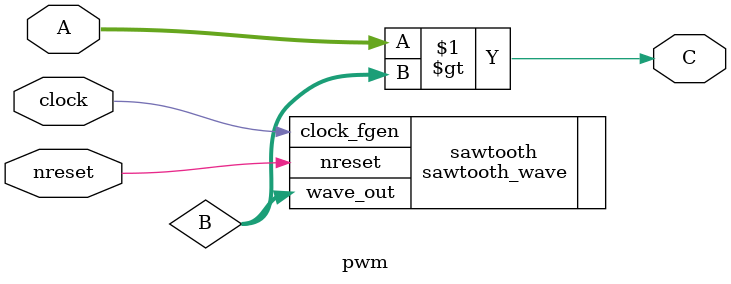
<source format=sv>

module pwm#(parameter freq = 60)(
	input logic    clock,
  input logic signed [7:0] A	,
  input logic nreset	,
  output logic  C		
);
  
  logic signed [7:0] B;
  sawtooth_wave sawtooth(
    .clock_fgen(clock)			,
    .nreset(nreset)		,
    .wave_out(B)
  );
  assign C = A > B;
  
endmodule
</source>
